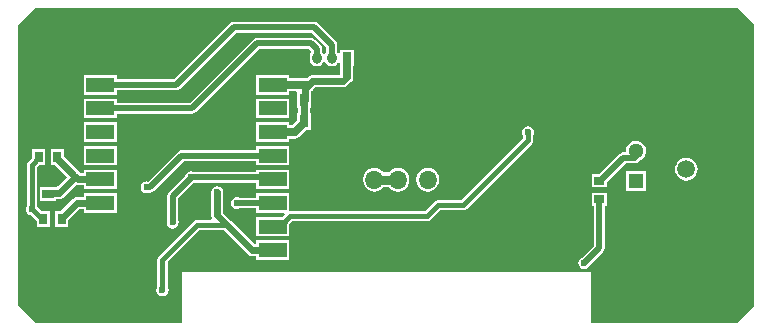
<source format=gbl>
G04*
G04 #@! TF.GenerationSoftware,Altium Limited,Altium Designer,20.2.4 (192)*
G04*
G04 Layer_Physical_Order=2*
G04 Layer_Color=16711680*
%FSLAX25Y25*%
%MOIN*%
G70*
G04*
G04 #@! TF.SameCoordinates,BCC0224D-A4D8-4B5A-B13F-649094BAA86A*
G04*
G04*
G04 #@! TF.FilePolarity,Positive*
G04*
G01*
G75*
%ADD11C,0.00787*%
%ADD23C,0.00984*%
%ADD28R,0.03000X0.03843*%
%ADD30R,0.02756X0.03543*%
%ADD39R,0.03543X0.02756*%
%ADD67C,0.02362*%
%ADD68C,0.01181*%
%ADD69C,0.01772*%
%ADD71C,0.03150*%
%ADD76C,0.01500*%
%ADD77C,0.01968*%
%ADD78C,0.02756*%
%ADD79R,0.05118X0.05118*%
%ADD80C,0.05118*%
%ADD81C,0.13780*%
%ADD82R,0.05118X0.06890*%
%ADD83O,0.05906X0.06299*%
%ADD84R,0.04000X0.03150*%
%ADD85O,0.04000X0.03150*%
%ADD86O,0.03150X0.04000*%
%ADD87R,0.03150X0.04000*%
%ADD88C,0.05906*%
%ADD89R,0.05906X0.05906*%
%ADD90C,0.27559*%
%ADD91C,0.02362*%
%ADD92R,0.09449X0.04921*%
G36*
X240158Y105512D02*
X245571Y100098D01*
X245571Y6299D01*
X239764Y492D01*
X191240Y492D01*
X191240Y17421D01*
X54823Y17421D01*
X54823Y492D01*
X6299D01*
X394Y6398D01*
X394Y100000D01*
X5906Y105512D01*
X240158Y105512D01*
D02*
G37*
%LPC*%
G36*
X98937Y100918D02*
X72242D01*
X71551Y100781D01*
X70964Y100389D01*
X52303Y81728D01*
X33209D01*
Y83169D01*
X22185D01*
Y76673D01*
X33209D01*
Y78115D01*
X53051D01*
X53742Y78252D01*
X54329Y78644D01*
X72990Y97306D01*
X98189D01*
X103056Y92438D01*
Y90852D01*
X102637Y90225D01*
X102617Y90124D01*
X102107D01*
X102087Y90225D01*
X101669Y90852D01*
Y91870D01*
X101531Y92561D01*
X101139Y93147D01*
X99309Y94978D01*
X98723Y95370D01*
X98032Y95507D01*
X79921D01*
X79230Y95370D01*
X78644Y94978D01*
X57520Y73854D01*
X33209D01*
Y75295D01*
X22185D01*
Y68799D01*
X33209D01*
Y70241D01*
X58268D01*
X58959Y70378D01*
X59545Y70770D01*
X80669Y91894D01*
X97283D01*
X98056Y91122D01*
Y90852D01*
X97637Y90225D01*
X97454Y89303D01*
Y88453D01*
X97637Y87531D01*
X98159Y86750D01*
X98940Y86228D01*
X99862Y86044D01*
X100784Y86228D01*
X101565Y86750D01*
X102087Y87531D01*
X102107Y87631D01*
X102617D01*
X102637Y87531D01*
X103159Y86750D01*
X103940Y86228D01*
X104862Y86044D01*
X105784Y86228D01*
X106565Y86750D01*
X107000Y87400D01*
X107500Y87249D01*
Y86090D01*
X107654D01*
Y83117D01*
X107647Y83109D01*
X98425D01*
X97657Y82957D01*
X97006Y82522D01*
X96614Y82129D01*
X90689D01*
Y83169D01*
X79665D01*
Y76673D01*
X90689D01*
Y77714D01*
X92924D01*
X93341Y77512D01*
Y72094D01*
X93621D01*
Y70426D01*
X93341D01*
Y68130D01*
X91592Y66381D01*
X90689D01*
Y67421D01*
X79665D01*
Y60925D01*
X90689D01*
Y61966D01*
X92507D01*
X93352Y62134D01*
X94068Y62612D01*
X96463Y65008D01*
X97916D01*
Y70426D01*
X97635D01*
Y72094D01*
X97916D01*
Y74828D01*
X97954Y75022D01*
Y77793D01*
X98183Y78022D01*
X98690Y78360D01*
X99028Y78867D01*
X99257Y79095D01*
X108478D01*
X109247Y79248D01*
X109898Y79683D01*
X110650Y80435D01*
X110707Y80446D01*
X111423Y80925D01*
X111902Y81641D01*
X112070Y82486D01*
Y86090D01*
X112224D01*
Y91665D01*
X107500D01*
Y90507D01*
X107000Y90356D01*
X106669Y90852D01*
Y93186D01*
X106531Y93878D01*
X106140Y94464D01*
X100214Y100389D01*
X99628Y100781D01*
X98937Y100918D01*
D02*
G37*
G36*
X90689Y75295D02*
X79665D01*
Y68799D01*
X90689D01*
Y75295D01*
D02*
G37*
G36*
X33209Y67421D02*
X22185D01*
Y60925D01*
X33209D01*
Y67421D01*
D02*
G37*
G36*
X90689Y59547D02*
X79665D01*
Y58106D01*
X54724D01*
X54033Y57968D01*
X53447Y57577D01*
X43537Y47667D01*
X43159Y47742D01*
X42391Y47589D01*
X41740Y47154D01*
X41305Y46503D01*
X41152Y45735D01*
X41305Y44967D01*
X41740Y44316D01*
X42391Y43881D01*
X43159Y43728D01*
X43927Y43881D01*
X43999Y43929D01*
X44160D01*
X44851Y44066D01*
X45437Y44458D01*
X55473Y54493D01*
X79665D01*
Y53051D01*
X90689D01*
Y59547D01*
D02*
G37*
G36*
X33209D02*
X22185D01*
Y53051D01*
X33209D01*
Y59547D01*
D02*
G37*
G36*
X90689Y51673D02*
X79665D01*
Y50881D01*
X58786D01*
X58714Y50929D01*
X57946Y51082D01*
X57178Y50929D01*
X56527Y50494D01*
X56092Y49843D01*
X56062Y49692D01*
X50553Y44184D01*
X50162Y43598D01*
X50024Y42906D01*
Y34875D01*
X49976Y34804D01*
X49824Y34035D01*
X49976Y33267D01*
X50411Y32616D01*
X51063Y32181D01*
X51831Y32028D01*
X52599Y32181D01*
X53250Y32616D01*
X53685Y33267D01*
X53838Y34035D01*
X53685Y34804D01*
X53637Y34875D01*
Y42158D01*
X58696Y47217D01*
X58714Y47221D01*
X58786Y47269D01*
X79665D01*
Y45177D01*
X90689D01*
Y51673D01*
D02*
G37*
G36*
X126969Y52276D02*
X125992Y52148D01*
X125082Y51771D01*
X124301Y51171D01*
X123951Y50716D01*
X122112D01*
X121762Y51171D01*
X120981Y51771D01*
X120071Y52148D01*
X119095Y52276D01*
X118118Y52148D01*
X117208Y51771D01*
X116427Y51171D01*
X115828Y50390D01*
X115451Y49480D01*
X115322Y48504D01*
Y48110D01*
X115451Y47134D01*
X115828Y46224D01*
X116427Y45443D01*
X117208Y44843D01*
X118118Y44466D01*
X119095Y44338D01*
X120071Y44466D01*
X120981Y44843D01*
X121762Y45443D01*
X122112Y45899D01*
X123951D01*
X124301Y45443D01*
X125082Y44843D01*
X125992Y44466D01*
X126969Y44338D01*
X127945Y44466D01*
X128855Y44843D01*
X129636Y45443D01*
X130236Y46224D01*
X130612Y47134D01*
X130741Y48110D01*
Y48504D01*
X130612Y49480D01*
X130236Y50390D01*
X129636Y51171D01*
X128855Y51771D01*
X127945Y52148D01*
X126969Y52276D01*
D02*
G37*
G36*
X223031Y55564D02*
X222055Y55435D01*
X221145Y55058D01*
X220364Y54459D01*
X219764Y53677D01*
X219388Y52768D01*
X219259Y51791D01*
X219388Y50815D01*
X219764Y49905D01*
X220364Y49124D01*
X221145Y48524D01*
X222055Y48147D01*
X223031Y48019D01*
X224008Y48147D01*
X224918Y48524D01*
X225699Y49124D01*
X226298Y49905D01*
X226675Y50815D01*
X226804Y51791D01*
X226675Y52768D01*
X226298Y53677D01*
X225699Y54459D01*
X224918Y55058D01*
X224008Y55435D01*
X223031Y55564D01*
D02*
G37*
G36*
X206201Y61328D02*
X205327Y61213D01*
X204513Y60876D01*
X203814Y60339D01*
X203278Y59640D01*
X202941Y58826D01*
X202825Y57953D01*
X202847Y57793D01*
X202517Y57417D01*
X202067D01*
X201376Y57280D01*
X200790Y56888D01*
X194000Y50099D01*
X191437D01*
Y45768D01*
X196555D01*
Y47545D01*
X202815Y53805D01*
X205827D01*
X206519Y53942D01*
X207105Y54334D01*
X207448Y54847D01*
X207889Y55030D01*
X208588Y55566D01*
X209124Y56265D01*
X209461Y57079D01*
X209576Y57953D01*
X209461Y58826D01*
X209124Y59640D01*
X208588Y60339D01*
X207889Y60876D01*
X207074Y61213D01*
X206201Y61328D01*
D02*
G37*
G36*
X15492Y58396D02*
X11161D01*
Y53278D01*
X12654D01*
X16625Y49307D01*
X13441Y46124D01*
X13024Y45925D01*
X7449D01*
Y41201D01*
X13024D01*
Y41745D01*
X13908D01*
X14676Y41898D01*
X15328Y42333D01*
X19570Y46576D01*
X19577Y46571D01*
X20345Y46418D01*
X22185D01*
Y45177D01*
X33209D01*
Y51673D01*
X22185D01*
Y50432D01*
X21177D01*
X20498Y51111D01*
X20497Y51111D01*
X15492Y56117D01*
Y58396D01*
D02*
G37*
G36*
X209547Y51299D02*
X202854D01*
Y44606D01*
X209547D01*
Y51299D01*
D02*
G37*
G36*
X136811Y52276D02*
X135835Y52148D01*
X134925Y51771D01*
X134143Y51171D01*
X133544Y50390D01*
X133167Y49480D01*
X133039Y48504D01*
Y48110D01*
X133167Y47134D01*
X133544Y46224D01*
X134143Y45443D01*
X134925Y44843D01*
X135835Y44466D01*
X136811Y44338D01*
X137787Y44466D01*
X138697Y44843D01*
X139479Y45443D01*
X140078Y46224D01*
X140455Y47134D01*
X140583Y48110D01*
Y48504D01*
X140455Y49480D01*
X140078Y50390D01*
X139479Y51171D01*
X138697Y51771D01*
X137787Y52148D01*
X136811Y52276D01*
D02*
G37*
G36*
X170276Y66180D02*
X169508Y66027D01*
X168856Y65592D01*
X168421Y64941D01*
X168269Y64173D01*
X168421Y63405D01*
X168570Y63183D01*
Y62124D01*
X166707Y60261D01*
X166707Y60261D01*
X147915Y41470D01*
X140157D01*
X139505Y41340D01*
X138951Y40970D01*
X135907Y37927D01*
X90984D01*
X90689Y38169D01*
Y43799D01*
X79665D01*
Y42358D01*
X74088D01*
X74016Y42406D01*
X73248Y42558D01*
X72480Y42406D01*
X71829Y41970D01*
X71394Y41319D01*
X71241Y40551D01*
X71394Y39783D01*
X71829Y39132D01*
X72480Y38697D01*
X73248Y38544D01*
X74016Y38697D01*
X74088Y38745D01*
X79665D01*
Y37303D01*
X89001D01*
X89192Y36841D01*
X88276Y35925D01*
X79665D01*
Y29429D01*
X90689D01*
Y33512D01*
X91691Y34514D01*
X136614D01*
X137267Y34644D01*
X137820Y35014D01*
X140864Y38058D01*
X148622D01*
X149275Y38188D01*
X149828Y38557D01*
X169120Y57849D01*
X171482Y60211D01*
X171852Y60764D01*
X171982Y61417D01*
Y63183D01*
X172130Y63405D01*
X172283Y64173D01*
X172130Y64941D01*
X171695Y65592D01*
X171044Y66027D01*
X170276Y66180D01*
D02*
G37*
G36*
X33209Y43799D02*
X22185D01*
Y42558D01*
X19905D01*
X19137Y42406D01*
X18485Y41970D01*
X14229Y37713D01*
X12736D01*
Y32595D01*
X17067D01*
Y34875D01*
X20736Y38544D01*
X22185D01*
Y37303D01*
X33209D01*
Y43799D01*
D02*
G37*
G36*
X9311Y58396D02*
X4980D01*
Y55691D01*
X3624Y54335D01*
X3255Y53782D01*
X3125Y53129D01*
Y39534D01*
X2976Y39312D01*
X2824Y38544D01*
X2976Y37776D01*
X3412Y37125D01*
X4063Y36690D01*
X4382Y36626D01*
X5830Y35179D01*
X5939Y35014D01*
X6120Y34834D01*
X6555Y34543D01*
Y32595D01*
X10886D01*
Y37713D01*
X8393D01*
X8228Y37746D01*
X8111Y37723D01*
X6726Y39108D01*
X6685Y39312D01*
X6537Y39534D01*
Y52422D01*
X7393Y53278D01*
X9311D01*
Y58396D01*
D02*
G37*
G36*
X66715Y46168D02*
X65947Y46015D01*
X65296Y45580D01*
X64861Y44929D01*
X64708Y44161D01*
Y36415D01*
X64861Y35647D01*
X64990Y35454D01*
X64722Y34954D01*
X60020D01*
X59367Y34824D01*
X58813Y34454D01*
X47219Y22860D01*
X46849Y22306D01*
X46719Y21654D01*
Y12407D01*
X46571Y12185D01*
X46418Y11417D01*
X46571Y10649D01*
X47006Y9998D01*
X47657Y9563D01*
X48425Y9410D01*
X49193Y9563D01*
X49844Y9998D01*
X50279Y10649D01*
X50432Y11417D01*
X50279Y12185D01*
X50131Y12407D01*
Y20947D01*
X60726Y31542D01*
X68749D01*
X76908Y23384D01*
X77559Y22949D01*
X78327Y22796D01*
X79665D01*
Y21555D01*
X90689D01*
Y28051D01*
X79665D01*
Y26810D01*
X79158D01*
X71301Y34667D01*
X71301Y34667D01*
X68722Y37246D01*
Y44161D01*
X68569Y44929D01*
X68134Y45580D01*
X67483Y46015D01*
X66715Y46168D01*
D02*
G37*
G36*
X196555Y43918D02*
X191437D01*
Y39587D01*
X192190D01*
Y26240D01*
X188293Y22344D01*
X188208Y22327D01*
X187557Y21892D01*
X187122Y21240D01*
X186969Y20472D01*
X187122Y19704D01*
X187557Y19053D01*
X188208Y18618D01*
X188976Y18465D01*
X189744Y18618D01*
X190396Y19053D01*
X190831Y19704D01*
X190848Y19789D01*
X195273Y24215D01*
X195665Y24801D01*
X195802Y25492D01*
Y39587D01*
X196555D01*
Y43918D01*
D02*
G37*
%LPD*%
D11*
X85059Y48307D02*
X85177Y48425D01*
X85177Y40551D02*
X85177Y40551D01*
D23*
X99448Y89292D02*
X99862Y88878D01*
D28*
X102009Y74803D02*
D03*
X95628D02*
D03*
X102009Y67716D02*
D03*
X95628D02*
D03*
D30*
X8721Y35154D02*
D03*
X14902D02*
D03*
X13327Y55837D02*
D03*
X7146D02*
D03*
D39*
X193996Y47934D02*
D03*
Y41753D02*
D03*
D67*
X10236Y43563D02*
X10425Y43752D01*
X13908D01*
X19078Y48922D01*
Y49692D01*
X20345Y48425D01*
X13327Y55444D02*
X19078Y49692D01*
X20345Y48425D02*
X27697D01*
X14902Y35548D02*
X19905Y40551D01*
X27697D01*
X108478Y81102D02*
X109862Y82486D01*
X98425Y81102D02*
X108478D01*
X97186Y79863D02*
X98425Y81102D01*
X95947Y78624D02*
X97186Y79863D01*
X95628Y74703D02*
X95728Y74803D01*
X95628Y67817D02*
Y74703D01*
X95728Y74803D02*
X95947Y75022D01*
Y78624D01*
X78327Y24803D02*
X85177D01*
X69882Y33248D02*
X78327Y24803D01*
X66715Y36415D02*
Y44161D01*
Y36415D02*
X69882Y33248D01*
D68*
X205827Y55611D02*
X206398Y56181D01*
X193996Y47934D02*
X194390D01*
X170276Y63976D02*
Y64173D01*
X167913Y59055D02*
X168110D01*
X85177Y32677D02*
X87441D01*
X213899Y23109D02*
X222868D01*
X230229Y15748D01*
X230315D01*
Y90158D01*
D69*
X7146Y36220D02*
Y36275D01*
X4877Y38544D02*
X7146Y36275D01*
X8721Y35154D02*
Y35548D01*
X8228Y36040D02*
X8721Y35548D01*
X7146Y36220D02*
X7326Y36040D01*
X4831Y38544D02*
X4877D01*
X4831D02*
Y53129D01*
X7419Y55717D01*
X13327Y55444D02*
Y55837D01*
X95628Y67295D02*
Y67817D01*
X97128Y79921D02*
X97186Y79863D01*
X48425Y11417D02*
Y21654D01*
X60020Y33248D02*
X69882D01*
X48425Y21654D02*
X60020Y33248D01*
X167913Y59055D02*
X170276Y61417D01*
X170280Y63980D02*
X170359Y63900D01*
Y63643D02*
Y63900D01*
X170276Y63559D02*
X170359Y63643D01*
X170276Y61417D02*
Y63559D01*
X136614Y36220D02*
X140157Y39764D01*
X148622D02*
X167913Y59055D01*
X140157Y39764D02*
X148622D01*
X90984Y36220D02*
X136614D01*
X87441Y32677D02*
X90984Y36220D01*
D71*
X119095Y48307D02*
X126969D01*
D76*
X213899Y23109D02*
X214961Y22047D01*
X211811Y25197D02*
X213899Y23109D01*
X214961Y8661D02*
Y22047D01*
D77*
X53051Y79921D02*
X72242Y99112D01*
X98937D02*
X104862Y93186D01*
X72242Y99112D02*
X98937D01*
X104862Y88878D02*
Y93186D01*
X51831Y34035D02*
Y42906D01*
X57946Y49022D02*
Y49075D01*
X51831Y42906D02*
X57946Y49022D01*
X82165Y49075D02*
X83996Y47244D01*
X57946Y49075D02*
X82165D01*
X14902Y35154D02*
Y35548D01*
X44160Y45735D02*
X54724Y56299D01*
X43159Y45735D02*
X44160D01*
X202067Y55611D02*
X205827D01*
X194390Y47934D02*
X202067Y55611D01*
X193996Y25492D02*
Y41753D01*
X54724Y56299D02*
X85177D01*
X27697Y40551D02*
X27697Y40551D01*
X99862Y88878D02*
Y91870D01*
X98032Y93701D02*
X99862Y91870D01*
X58268Y72047D02*
X79921Y93701D01*
X98032D01*
X27697Y79921D02*
X53051D01*
X27697Y72047D02*
X58268D01*
X73248Y40551D02*
X85177D01*
X83996Y47244D02*
X85059Y48307D01*
X188976Y20472D02*
X193996Y25492D01*
D78*
X109862Y82486D02*
Y88878D01*
X85177Y79921D02*
X97128D01*
X85177Y64173D02*
X92507D01*
X95628Y67295D01*
D79*
X206201Y47953D02*
D03*
D80*
Y57953D02*
D03*
D81*
X15748Y90158D02*
D03*
D82*
X94882Y29331D02*
D03*
X151181D02*
D03*
X148228Y50827D02*
D03*
X97835D02*
D03*
D83*
X136811Y48307D02*
D03*
X126969D02*
D03*
X119095D02*
D03*
X109252D02*
D03*
D84*
X10236Y43563D02*
D03*
D85*
Y48563D02*
D03*
D86*
X94862Y88878D02*
D03*
X99862D02*
D03*
X104862D02*
D03*
D87*
X109862D02*
D03*
D88*
X223031Y51791D02*
D03*
D89*
Y61791D02*
D03*
D90*
X230315Y90158D02*
D03*
Y15748D02*
D03*
X15748D02*
D03*
D91*
X141063Y54251D02*
D03*
X131638D02*
D03*
X134143Y100394D02*
D03*
X148179D02*
D03*
X120108D02*
D03*
X107647D02*
D03*
X87441Y86228D02*
D03*
X80709Y86044D02*
D03*
X72990Y93701D02*
D03*
X74803Y52422D02*
D03*
X174229Y50099D02*
D03*
X164469Y63856D02*
D03*
Y74803D02*
D03*
X156358D02*
D03*
X160393Y98819D02*
D03*
X103940Y62134D02*
D03*
X98937D02*
D03*
X109252Y68799D02*
D03*
Y75295D02*
D03*
X57946Y78740D02*
D03*
X40157Y76378D02*
D03*
X32283Y13780D02*
D03*
X20736Y26810D02*
D03*
X62706Y60665D02*
D03*
X55571Y99112D02*
D03*
Y89292D02*
D03*
X43927D02*
D03*
Y99112D02*
D03*
X188464Y88878D02*
D03*
X188265Y77953D02*
D03*
X188464Y98819D02*
D03*
X174229Y77953D02*
D03*
X174428Y88878D02*
D03*
Y98819D02*
D03*
X202500Y65162D02*
D03*
X211455Y71124D02*
D03*
X216535Y98819D02*
D03*
Y77953D02*
D03*
X202300D02*
D03*
X202500Y88878D02*
D03*
X190917Y71124D02*
D03*
X224528D02*
D03*
X202500Y98819D02*
D03*
X216535Y89962D02*
D03*
X221457Y81102D02*
D03*
X228740Y77953D02*
D03*
X237795Y74803D02*
D03*
Y63437D02*
D03*
Y51791D02*
D03*
X213779Y54577D02*
D03*
X209646Y14084D02*
D03*
X193701Y8661D02*
D03*
X186417Y33081D02*
D03*
X223031Y26268D02*
D03*
X217717Y15846D02*
D03*
X226043Y3669D02*
D03*
X164469Y50099D02*
D03*
Y44161D02*
D03*
X145669Y82697D02*
D03*
X127900Y78740D02*
D03*
X123031Y60665D02*
D03*
X109252Y62134D02*
D03*
X116929Y76378D02*
D03*
X70157Y72637D02*
D03*
X60236Y20472D02*
D03*
X38734Y3445D02*
D03*
X25591Y8242D02*
D03*
X5906Y29390D02*
D03*
X11417Y65748D02*
D03*
X40157Y63779D02*
D03*
X32283Y99112D02*
D03*
Y89292D02*
D03*
X15748Y77512D02*
D03*
X8721Y78867D02*
D03*
X57946Y49075D02*
D03*
X4831Y38544D02*
D03*
X43159Y45735D02*
D03*
X159567Y39911D02*
D03*
X51831Y34035D02*
D03*
X48425Y11417D02*
D03*
X66715Y44161D02*
D03*
X69882Y33248D02*
D03*
X170276Y64173D02*
D03*
X73248Y40551D02*
D03*
X237795Y29724D02*
D03*
X240945D02*
D03*
X123047Y42323D02*
D03*
X130807Y29217D02*
D03*
X115748Y29134D02*
D03*
X169488Y39903D02*
D03*
X165945D02*
D03*
X162795Y39911D02*
D03*
X173721Y20472D02*
D03*
X188976D02*
D03*
X214961Y8661D02*
D03*
X211811Y25197D02*
D03*
D92*
X27697Y24803D02*
D03*
Y32677D02*
D03*
Y40551D02*
D03*
Y48425D02*
D03*
Y56299D02*
D03*
Y64173D02*
D03*
Y72047D02*
D03*
Y79921D02*
D03*
X85177Y24803D02*
D03*
Y32677D02*
D03*
Y40551D02*
D03*
Y48425D02*
D03*
Y56299D02*
D03*
Y64173D02*
D03*
Y72047D02*
D03*
Y79921D02*
D03*
M02*

</source>
